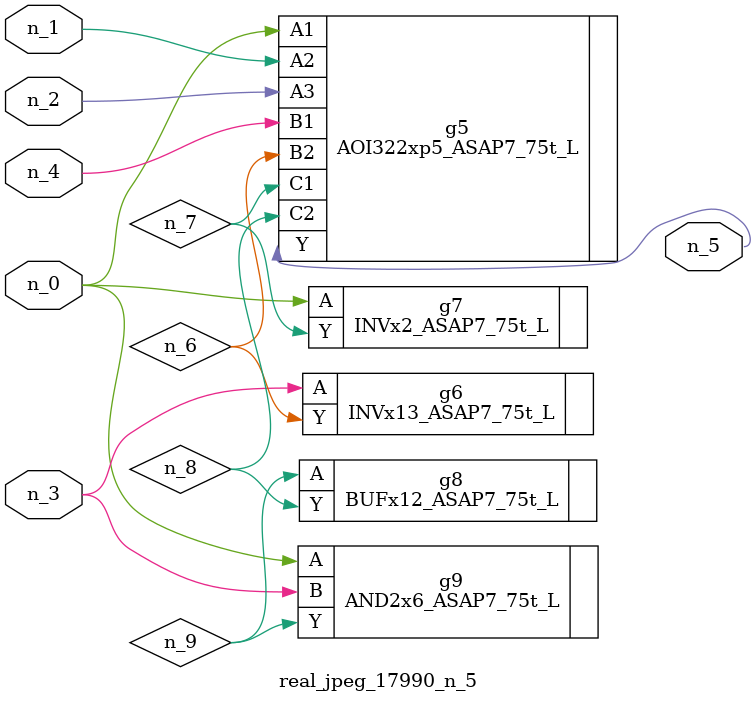
<source format=v>
module real_jpeg_17990_n_5 (n_4, n_0, n_1, n_2, n_3, n_5);

input n_4;
input n_0;
input n_1;
input n_2;
input n_3;

output n_5;

wire n_8;
wire n_6;
wire n_7;
wire n_9;

AOI322xp5_ASAP7_75t_L g5 ( 
.A1(n_0),
.A2(n_1),
.A3(n_2),
.B1(n_4),
.B2(n_6),
.C1(n_7),
.C2(n_8),
.Y(n_5)
);

INVx2_ASAP7_75t_L g7 ( 
.A(n_0),
.Y(n_7)
);

AND2x6_ASAP7_75t_L g9 ( 
.A(n_0),
.B(n_3),
.Y(n_9)
);

INVx13_ASAP7_75t_L g6 ( 
.A(n_3),
.Y(n_6)
);

BUFx12_ASAP7_75t_L g8 ( 
.A(n_9),
.Y(n_8)
);


endmodule
</source>
